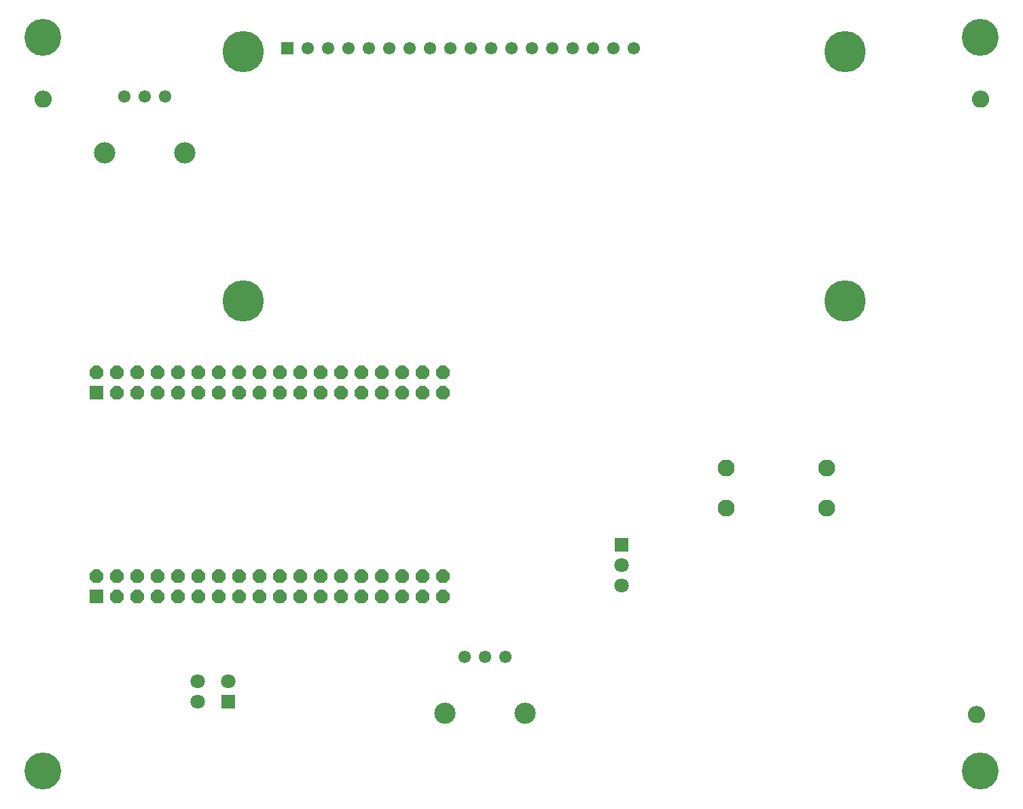
<source format=gbr>
G04 EAGLE Gerber RS-274X export*
G75*
%MOMM*%
%FSLAX34Y34*%
%LPD*%
%INSoldermask Bottom*%
%IPPOS*%
%AMOC8*
5,1,8,0,0,1.08239X$1,22.5*%
G01*
%ADD10C,0.609600*%
%ADD11C,1.168400*%
%ADD12C,4.597400*%
%ADD13C,1.552400*%
%ADD14C,2.652400*%
%ADD15C,2.112400*%
%ADD16R,1.676400X1.676400*%
%ADD17P,1.814519X8X22.500000*%
%ADD18R,1.552400X1.552400*%
%ADD19C,5.152400*%
%ADD20R,1.803400X1.803400*%
%ADD21C,1.803400*%


D10*
X1211580Y889000D02*
X1211582Y889187D01*
X1211589Y889374D01*
X1211601Y889561D01*
X1211617Y889747D01*
X1211637Y889933D01*
X1211662Y890118D01*
X1211692Y890303D01*
X1211726Y890487D01*
X1211765Y890670D01*
X1211808Y890852D01*
X1211856Y891032D01*
X1211908Y891212D01*
X1211965Y891390D01*
X1212025Y891567D01*
X1212091Y891742D01*
X1212160Y891916D01*
X1212234Y892088D01*
X1212312Y892258D01*
X1212394Y892426D01*
X1212480Y892592D01*
X1212570Y892756D01*
X1212664Y892917D01*
X1212762Y893077D01*
X1212864Y893233D01*
X1212970Y893388D01*
X1213080Y893539D01*
X1213193Y893688D01*
X1213310Y893834D01*
X1213430Y893977D01*
X1213554Y894117D01*
X1213681Y894254D01*
X1213812Y894388D01*
X1213946Y894519D01*
X1214083Y894646D01*
X1214223Y894770D01*
X1214366Y894890D01*
X1214512Y895007D01*
X1214661Y895120D01*
X1214812Y895230D01*
X1214967Y895336D01*
X1215123Y895438D01*
X1215283Y895536D01*
X1215444Y895630D01*
X1215608Y895720D01*
X1215774Y895806D01*
X1215942Y895888D01*
X1216112Y895966D01*
X1216284Y896040D01*
X1216458Y896109D01*
X1216633Y896175D01*
X1216810Y896235D01*
X1216988Y896292D01*
X1217168Y896344D01*
X1217348Y896392D01*
X1217530Y896435D01*
X1217713Y896474D01*
X1217897Y896508D01*
X1218082Y896538D01*
X1218267Y896563D01*
X1218453Y896583D01*
X1218639Y896599D01*
X1218826Y896611D01*
X1219013Y896618D01*
X1219200Y896620D01*
X1219387Y896618D01*
X1219574Y896611D01*
X1219761Y896599D01*
X1219947Y896583D01*
X1220133Y896563D01*
X1220318Y896538D01*
X1220503Y896508D01*
X1220687Y896474D01*
X1220870Y896435D01*
X1221052Y896392D01*
X1221232Y896344D01*
X1221412Y896292D01*
X1221590Y896235D01*
X1221767Y896175D01*
X1221942Y896109D01*
X1222116Y896040D01*
X1222288Y895966D01*
X1222458Y895888D01*
X1222626Y895806D01*
X1222792Y895720D01*
X1222956Y895630D01*
X1223117Y895536D01*
X1223277Y895438D01*
X1223433Y895336D01*
X1223588Y895230D01*
X1223739Y895120D01*
X1223888Y895007D01*
X1224034Y894890D01*
X1224177Y894770D01*
X1224317Y894646D01*
X1224454Y894519D01*
X1224588Y894388D01*
X1224719Y894254D01*
X1224846Y894117D01*
X1224970Y893977D01*
X1225090Y893834D01*
X1225207Y893688D01*
X1225320Y893539D01*
X1225430Y893388D01*
X1225536Y893233D01*
X1225638Y893077D01*
X1225736Y892917D01*
X1225830Y892756D01*
X1225920Y892592D01*
X1226006Y892426D01*
X1226088Y892258D01*
X1226166Y892088D01*
X1226240Y891916D01*
X1226309Y891742D01*
X1226375Y891567D01*
X1226435Y891390D01*
X1226492Y891212D01*
X1226544Y891032D01*
X1226592Y890852D01*
X1226635Y890670D01*
X1226674Y890487D01*
X1226708Y890303D01*
X1226738Y890118D01*
X1226763Y889933D01*
X1226783Y889747D01*
X1226799Y889561D01*
X1226811Y889374D01*
X1226818Y889187D01*
X1226820Y889000D01*
X1226818Y888813D01*
X1226811Y888626D01*
X1226799Y888439D01*
X1226783Y888253D01*
X1226763Y888067D01*
X1226738Y887882D01*
X1226708Y887697D01*
X1226674Y887513D01*
X1226635Y887330D01*
X1226592Y887148D01*
X1226544Y886968D01*
X1226492Y886788D01*
X1226435Y886610D01*
X1226375Y886433D01*
X1226309Y886258D01*
X1226240Y886084D01*
X1226166Y885912D01*
X1226088Y885742D01*
X1226006Y885574D01*
X1225920Y885408D01*
X1225830Y885244D01*
X1225736Y885083D01*
X1225638Y884923D01*
X1225536Y884767D01*
X1225430Y884612D01*
X1225320Y884461D01*
X1225207Y884312D01*
X1225090Y884166D01*
X1224970Y884023D01*
X1224846Y883883D01*
X1224719Y883746D01*
X1224588Y883612D01*
X1224454Y883481D01*
X1224317Y883354D01*
X1224177Y883230D01*
X1224034Y883110D01*
X1223888Y882993D01*
X1223739Y882880D01*
X1223588Y882770D01*
X1223433Y882664D01*
X1223277Y882562D01*
X1223117Y882464D01*
X1222956Y882370D01*
X1222792Y882280D01*
X1222626Y882194D01*
X1222458Y882112D01*
X1222288Y882034D01*
X1222116Y881960D01*
X1221942Y881891D01*
X1221767Y881825D01*
X1221590Y881765D01*
X1221412Y881708D01*
X1221232Y881656D01*
X1221052Y881608D01*
X1220870Y881565D01*
X1220687Y881526D01*
X1220503Y881492D01*
X1220318Y881462D01*
X1220133Y881437D01*
X1219947Y881417D01*
X1219761Y881401D01*
X1219574Y881389D01*
X1219387Y881382D01*
X1219200Y881380D01*
X1219013Y881382D01*
X1218826Y881389D01*
X1218639Y881401D01*
X1218453Y881417D01*
X1218267Y881437D01*
X1218082Y881462D01*
X1217897Y881492D01*
X1217713Y881526D01*
X1217530Y881565D01*
X1217348Y881608D01*
X1217168Y881656D01*
X1216988Y881708D01*
X1216810Y881765D01*
X1216633Y881825D01*
X1216458Y881891D01*
X1216284Y881960D01*
X1216112Y882034D01*
X1215942Y882112D01*
X1215774Y882194D01*
X1215608Y882280D01*
X1215444Y882370D01*
X1215283Y882464D01*
X1215123Y882562D01*
X1214967Y882664D01*
X1214812Y882770D01*
X1214661Y882880D01*
X1214512Y882993D01*
X1214366Y883110D01*
X1214223Y883230D01*
X1214083Y883354D01*
X1213946Y883481D01*
X1213812Y883612D01*
X1213681Y883746D01*
X1213554Y883883D01*
X1213430Y884023D01*
X1213310Y884166D01*
X1213193Y884312D01*
X1213080Y884461D01*
X1212970Y884612D01*
X1212864Y884767D01*
X1212762Y884923D01*
X1212664Y885083D01*
X1212570Y885244D01*
X1212480Y885408D01*
X1212394Y885574D01*
X1212312Y885742D01*
X1212234Y885912D01*
X1212160Y886084D01*
X1212091Y886258D01*
X1212025Y886433D01*
X1211965Y886610D01*
X1211908Y886788D01*
X1211856Y886968D01*
X1211808Y887148D01*
X1211765Y887330D01*
X1211726Y887513D01*
X1211692Y887697D01*
X1211662Y887882D01*
X1211637Y888067D01*
X1211617Y888253D01*
X1211601Y888439D01*
X1211589Y888626D01*
X1211582Y888813D01*
X1211580Y889000D01*
D11*
X1219200Y889000D03*
D10*
X1206500Y121920D02*
X1206502Y122107D01*
X1206509Y122294D01*
X1206521Y122481D01*
X1206537Y122667D01*
X1206557Y122853D01*
X1206582Y123038D01*
X1206612Y123223D01*
X1206646Y123407D01*
X1206685Y123590D01*
X1206728Y123772D01*
X1206776Y123952D01*
X1206828Y124132D01*
X1206885Y124310D01*
X1206945Y124487D01*
X1207011Y124662D01*
X1207080Y124836D01*
X1207154Y125008D01*
X1207232Y125178D01*
X1207314Y125346D01*
X1207400Y125512D01*
X1207490Y125676D01*
X1207584Y125837D01*
X1207682Y125997D01*
X1207784Y126153D01*
X1207890Y126308D01*
X1208000Y126459D01*
X1208113Y126608D01*
X1208230Y126754D01*
X1208350Y126897D01*
X1208474Y127037D01*
X1208601Y127174D01*
X1208732Y127308D01*
X1208866Y127439D01*
X1209003Y127566D01*
X1209143Y127690D01*
X1209286Y127810D01*
X1209432Y127927D01*
X1209581Y128040D01*
X1209732Y128150D01*
X1209887Y128256D01*
X1210043Y128358D01*
X1210203Y128456D01*
X1210364Y128550D01*
X1210528Y128640D01*
X1210694Y128726D01*
X1210862Y128808D01*
X1211032Y128886D01*
X1211204Y128960D01*
X1211378Y129029D01*
X1211553Y129095D01*
X1211730Y129155D01*
X1211908Y129212D01*
X1212088Y129264D01*
X1212268Y129312D01*
X1212450Y129355D01*
X1212633Y129394D01*
X1212817Y129428D01*
X1213002Y129458D01*
X1213187Y129483D01*
X1213373Y129503D01*
X1213559Y129519D01*
X1213746Y129531D01*
X1213933Y129538D01*
X1214120Y129540D01*
X1214307Y129538D01*
X1214494Y129531D01*
X1214681Y129519D01*
X1214867Y129503D01*
X1215053Y129483D01*
X1215238Y129458D01*
X1215423Y129428D01*
X1215607Y129394D01*
X1215790Y129355D01*
X1215972Y129312D01*
X1216152Y129264D01*
X1216332Y129212D01*
X1216510Y129155D01*
X1216687Y129095D01*
X1216862Y129029D01*
X1217036Y128960D01*
X1217208Y128886D01*
X1217378Y128808D01*
X1217546Y128726D01*
X1217712Y128640D01*
X1217876Y128550D01*
X1218037Y128456D01*
X1218197Y128358D01*
X1218353Y128256D01*
X1218508Y128150D01*
X1218659Y128040D01*
X1218808Y127927D01*
X1218954Y127810D01*
X1219097Y127690D01*
X1219237Y127566D01*
X1219374Y127439D01*
X1219508Y127308D01*
X1219639Y127174D01*
X1219766Y127037D01*
X1219890Y126897D01*
X1220010Y126754D01*
X1220127Y126608D01*
X1220240Y126459D01*
X1220350Y126308D01*
X1220456Y126153D01*
X1220558Y125997D01*
X1220656Y125837D01*
X1220750Y125676D01*
X1220840Y125512D01*
X1220926Y125346D01*
X1221008Y125178D01*
X1221086Y125008D01*
X1221160Y124836D01*
X1221229Y124662D01*
X1221295Y124487D01*
X1221355Y124310D01*
X1221412Y124132D01*
X1221464Y123952D01*
X1221512Y123772D01*
X1221555Y123590D01*
X1221594Y123407D01*
X1221628Y123223D01*
X1221658Y123038D01*
X1221683Y122853D01*
X1221703Y122667D01*
X1221719Y122481D01*
X1221731Y122294D01*
X1221738Y122107D01*
X1221740Y121920D01*
X1221738Y121733D01*
X1221731Y121546D01*
X1221719Y121359D01*
X1221703Y121173D01*
X1221683Y120987D01*
X1221658Y120802D01*
X1221628Y120617D01*
X1221594Y120433D01*
X1221555Y120250D01*
X1221512Y120068D01*
X1221464Y119888D01*
X1221412Y119708D01*
X1221355Y119530D01*
X1221295Y119353D01*
X1221229Y119178D01*
X1221160Y119004D01*
X1221086Y118832D01*
X1221008Y118662D01*
X1220926Y118494D01*
X1220840Y118328D01*
X1220750Y118164D01*
X1220656Y118003D01*
X1220558Y117843D01*
X1220456Y117687D01*
X1220350Y117532D01*
X1220240Y117381D01*
X1220127Y117232D01*
X1220010Y117086D01*
X1219890Y116943D01*
X1219766Y116803D01*
X1219639Y116666D01*
X1219508Y116532D01*
X1219374Y116401D01*
X1219237Y116274D01*
X1219097Y116150D01*
X1218954Y116030D01*
X1218808Y115913D01*
X1218659Y115800D01*
X1218508Y115690D01*
X1218353Y115584D01*
X1218197Y115482D01*
X1218037Y115384D01*
X1217876Y115290D01*
X1217712Y115200D01*
X1217546Y115114D01*
X1217378Y115032D01*
X1217208Y114954D01*
X1217036Y114880D01*
X1216862Y114811D01*
X1216687Y114745D01*
X1216510Y114685D01*
X1216332Y114628D01*
X1216152Y114576D01*
X1215972Y114528D01*
X1215790Y114485D01*
X1215607Y114446D01*
X1215423Y114412D01*
X1215238Y114382D01*
X1215053Y114357D01*
X1214867Y114337D01*
X1214681Y114321D01*
X1214494Y114309D01*
X1214307Y114302D01*
X1214120Y114300D01*
X1213933Y114302D01*
X1213746Y114309D01*
X1213559Y114321D01*
X1213373Y114337D01*
X1213187Y114357D01*
X1213002Y114382D01*
X1212817Y114412D01*
X1212633Y114446D01*
X1212450Y114485D01*
X1212268Y114528D01*
X1212088Y114576D01*
X1211908Y114628D01*
X1211730Y114685D01*
X1211553Y114745D01*
X1211378Y114811D01*
X1211204Y114880D01*
X1211032Y114954D01*
X1210862Y115032D01*
X1210694Y115114D01*
X1210528Y115200D01*
X1210364Y115290D01*
X1210203Y115384D01*
X1210043Y115482D01*
X1209887Y115584D01*
X1209732Y115690D01*
X1209581Y115800D01*
X1209432Y115913D01*
X1209286Y116030D01*
X1209143Y116150D01*
X1209003Y116274D01*
X1208866Y116401D01*
X1208732Y116532D01*
X1208601Y116666D01*
X1208474Y116803D01*
X1208350Y116943D01*
X1208230Y117086D01*
X1208113Y117232D01*
X1208000Y117381D01*
X1207890Y117532D01*
X1207784Y117687D01*
X1207682Y117843D01*
X1207584Y118003D01*
X1207490Y118164D01*
X1207400Y118328D01*
X1207314Y118494D01*
X1207232Y118662D01*
X1207154Y118832D01*
X1207080Y119004D01*
X1207011Y119178D01*
X1206945Y119353D01*
X1206885Y119530D01*
X1206828Y119708D01*
X1206776Y119888D01*
X1206728Y120068D01*
X1206685Y120250D01*
X1206646Y120433D01*
X1206612Y120617D01*
X1206582Y120802D01*
X1206557Y120987D01*
X1206537Y121173D01*
X1206521Y121359D01*
X1206509Y121546D01*
X1206502Y121733D01*
X1206500Y121920D01*
D11*
X1214120Y121920D03*
D10*
X43180Y889000D02*
X43182Y889187D01*
X43189Y889374D01*
X43201Y889561D01*
X43217Y889747D01*
X43237Y889933D01*
X43262Y890118D01*
X43292Y890303D01*
X43326Y890487D01*
X43365Y890670D01*
X43408Y890852D01*
X43456Y891032D01*
X43508Y891212D01*
X43565Y891390D01*
X43625Y891567D01*
X43691Y891742D01*
X43760Y891916D01*
X43834Y892088D01*
X43912Y892258D01*
X43994Y892426D01*
X44080Y892592D01*
X44170Y892756D01*
X44264Y892917D01*
X44362Y893077D01*
X44464Y893233D01*
X44570Y893388D01*
X44680Y893539D01*
X44793Y893688D01*
X44910Y893834D01*
X45030Y893977D01*
X45154Y894117D01*
X45281Y894254D01*
X45412Y894388D01*
X45546Y894519D01*
X45683Y894646D01*
X45823Y894770D01*
X45966Y894890D01*
X46112Y895007D01*
X46261Y895120D01*
X46412Y895230D01*
X46567Y895336D01*
X46723Y895438D01*
X46883Y895536D01*
X47044Y895630D01*
X47208Y895720D01*
X47374Y895806D01*
X47542Y895888D01*
X47712Y895966D01*
X47884Y896040D01*
X48058Y896109D01*
X48233Y896175D01*
X48410Y896235D01*
X48588Y896292D01*
X48768Y896344D01*
X48948Y896392D01*
X49130Y896435D01*
X49313Y896474D01*
X49497Y896508D01*
X49682Y896538D01*
X49867Y896563D01*
X50053Y896583D01*
X50239Y896599D01*
X50426Y896611D01*
X50613Y896618D01*
X50800Y896620D01*
X50987Y896618D01*
X51174Y896611D01*
X51361Y896599D01*
X51547Y896583D01*
X51733Y896563D01*
X51918Y896538D01*
X52103Y896508D01*
X52287Y896474D01*
X52470Y896435D01*
X52652Y896392D01*
X52832Y896344D01*
X53012Y896292D01*
X53190Y896235D01*
X53367Y896175D01*
X53542Y896109D01*
X53716Y896040D01*
X53888Y895966D01*
X54058Y895888D01*
X54226Y895806D01*
X54392Y895720D01*
X54556Y895630D01*
X54717Y895536D01*
X54877Y895438D01*
X55033Y895336D01*
X55188Y895230D01*
X55339Y895120D01*
X55488Y895007D01*
X55634Y894890D01*
X55777Y894770D01*
X55917Y894646D01*
X56054Y894519D01*
X56188Y894388D01*
X56319Y894254D01*
X56446Y894117D01*
X56570Y893977D01*
X56690Y893834D01*
X56807Y893688D01*
X56920Y893539D01*
X57030Y893388D01*
X57136Y893233D01*
X57238Y893077D01*
X57336Y892917D01*
X57430Y892756D01*
X57520Y892592D01*
X57606Y892426D01*
X57688Y892258D01*
X57766Y892088D01*
X57840Y891916D01*
X57909Y891742D01*
X57975Y891567D01*
X58035Y891390D01*
X58092Y891212D01*
X58144Y891032D01*
X58192Y890852D01*
X58235Y890670D01*
X58274Y890487D01*
X58308Y890303D01*
X58338Y890118D01*
X58363Y889933D01*
X58383Y889747D01*
X58399Y889561D01*
X58411Y889374D01*
X58418Y889187D01*
X58420Y889000D01*
X58418Y888813D01*
X58411Y888626D01*
X58399Y888439D01*
X58383Y888253D01*
X58363Y888067D01*
X58338Y887882D01*
X58308Y887697D01*
X58274Y887513D01*
X58235Y887330D01*
X58192Y887148D01*
X58144Y886968D01*
X58092Y886788D01*
X58035Y886610D01*
X57975Y886433D01*
X57909Y886258D01*
X57840Y886084D01*
X57766Y885912D01*
X57688Y885742D01*
X57606Y885574D01*
X57520Y885408D01*
X57430Y885244D01*
X57336Y885083D01*
X57238Y884923D01*
X57136Y884767D01*
X57030Y884612D01*
X56920Y884461D01*
X56807Y884312D01*
X56690Y884166D01*
X56570Y884023D01*
X56446Y883883D01*
X56319Y883746D01*
X56188Y883612D01*
X56054Y883481D01*
X55917Y883354D01*
X55777Y883230D01*
X55634Y883110D01*
X55488Y882993D01*
X55339Y882880D01*
X55188Y882770D01*
X55033Y882664D01*
X54877Y882562D01*
X54717Y882464D01*
X54556Y882370D01*
X54392Y882280D01*
X54226Y882194D01*
X54058Y882112D01*
X53888Y882034D01*
X53716Y881960D01*
X53542Y881891D01*
X53367Y881825D01*
X53190Y881765D01*
X53012Y881708D01*
X52832Y881656D01*
X52652Y881608D01*
X52470Y881565D01*
X52287Y881526D01*
X52103Y881492D01*
X51918Y881462D01*
X51733Y881437D01*
X51547Y881417D01*
X51361Y881401D01*
X51174Y881389D01*
X50987Y881382D01*
X50800Y881380D01*
X50613Y881382D01*
X50426Y881389D01*
X50239Y881401D01*
X50053Y881417D01*
X49867Y881437D01*
X49682Y881462D01*
X49497Y881492D01*
X49313Y881526D01*
X49130Y881565D01*
X48948Y881608D01*
X48768Y881656D01*
X48588Y881708D01*
X48410Y881765D01*
X48233Y881825D01*
X48058Y881891D01*
X47884Y881960D01*
X47712Y882034D01*
X47542Y882112D01*
X47374Y882194D01*
X47208Y882280D01*
X47044Y882370D01*
X46883Y882464D01*
X46723Y882562D01*
X46567Y882664D01*
X46412Y882770D01*
X46261Y882880D01*
X46112Y882993D01*
X45966Y883110D01*
X45823Y883230D01*
X45683Y883354D01*
X45546Y883481D01*
X45412Y883612D01*
X45281Y883746D01*
X45154Y883883D01*
X45030Y884023D01*
X44910Y884166D01*
X44793Y884312D01*
X44680Y884461D01*
X44570Y884612D01*
X44464Y884767D01*
X44362Y884923D01*
X44264Y885083D01*
X44170Y885244D01*
X44080Y885408D01*
X43994Y885574D01*
X43912Y885742D01*
X43834Y885912D01*
X43760Y886084D01*
X43691Y886258D01*
X43625Y886433D01*
X43565Y886610D01*
X43508Y886788D01*
X43456Y886968D01*
X43408Y887148D01*
X43365Y887330D01*
X43326Y887513D01*
X43292Y887697D01*
X43262Y887882D01*
X43237Y888067D01*
X43217Y888253D01*
X43201Y888439D01*
X43189Y888626D01*
X43182Y888813D01*
X43180Y889000D01*
D11*
X50800Y889000D03*
D12*
X50800Y50800D03*
X1219200Y50800D03*
X1219200Y965200D03*
X50800Y965200D03*
D13*
X576980Y193040D03*
X601980Y193040D03*
X626980Y193040D03*
D14*
X551980Y123040D03*
X651980Y123040D03*
D13*
X152800Y891540D03*
X177800Y891540D03*
X202800Y891540D03*
D14*
X127800Y821540D03*
X227800Y821540D03*
D15*
X1027700Y428860D03*
X1027700Y378860D03*
X902700Y378860D03*
X902700Y428860D03*
D16*
X117520Y268980D03*
D17*
X117520Y294380D03*
X142920Y268980D03*
X142920Y294380D03*
X168320Y268980D03*
X168320Y294380D03*
X193720Y268980D03*
X193720Y294380D03*
X219120Y268980D03*
X219120Y294380D03*
X244520Y268980D03*
X244520Y294380D03*
X269920Y268980D03*
X269920Y294380D03*
X295320Y268980D03*
X295320Y294380D03*
X320720Y268980D03*
X320720Y294380D03*
X346120Y268980D03*
X346120Y294380D03*
X371520Y268980D03*
X371520Y294380D03*
X396920Y268980D03*
X396920Y294380D03*
X422320Y268980D03*
X422320Y294380D03*
X447720Y268980D03*
X447720Y294380D03*
X473120Y268980D03*
X473120Y294380D03*
X498520Y268980D03*
X498520Y294380D03*
X523920Y268980D03*
X523920Y294380D03*
X549320Y268980D03*
X549320Y294380D03*
D16*
X117520Y522980D03*
D17*
X117520Y548380D03*
X142920Y522980D03*
X142920Y548380D03*
X168320Y522980D03*
X168320Y548380D03*
X193720Y522980D03*
X193720Y548380D03*
X219120Y522980D03*
X219120Y548380D03*
X244520Y522980D03*
X244520Y548380D03*
X269920Y522980D03*
X269920Y548380D03*
X295320Y522980D03*
X295320Y548380D03*
X320720Y522980D03*
X320720Y548380D03*
X346120Y522980D03*
X346120Y548380D03*
X371520Y522980D03*
X371520Y548380D03*
X396920Y522980D03*
X396920Y548380D03*
X422320Y522980D03*
X422320Y548380D03*
X447720Y522980D03*
X447720Y548380D03*
X473120Y522980D03*
X473120Y548380D03*
X498520Y522980D03*
X498520Y548380D03*
X523920Y522980D03*
X523920Y548380D03*
X549320Y522980D03*
X549320Y548380D03*
D18*
X355640Y952480D03*
D13*
X381040Y952480D03*
X406440Y952480D03*
X431840Y952480D03*
X457240Y952480D03*
X482640Y952480D03*
X508040Y952480D03*
X533440Y952480D03*
X558840Y952480D03*
X584240Y952480D03*
X609640Y952480D03*
X635040Y952480D03*
X660440Y952480D03*
X685840Y952480D03*
X711240Y952480D03*
X736640Y952480D03*
D19*
X300640Y947480D03*
X1050640Y947480D03*
X300640Y637480D03*
X1050640Y637480D03*
D13*
X762040Y952480D03*
X787440Y952480D03*
D20*
X772160Y332740D03*
D21*
X772160Y307340D03*
X772160Y281940D03*
D20*
X281940Y137160D03*
D21*
X281940Y162560D03*
X243840Y162560D03*
X243840Y137160D03*
M02*

</source>
